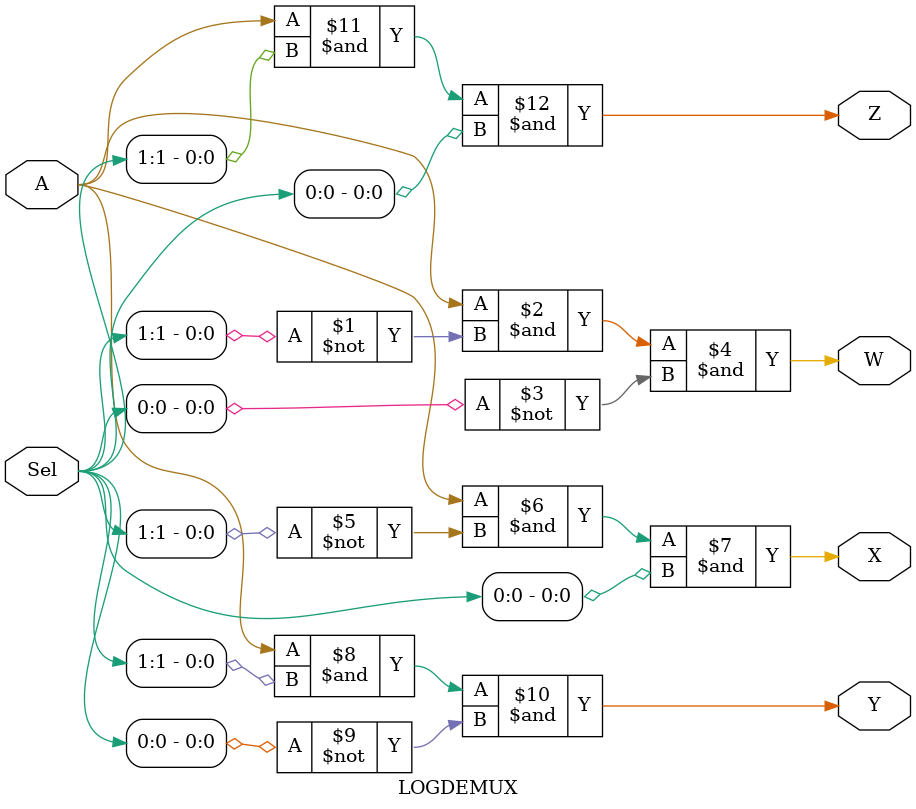
<source format=sv>
module LOGDEMUX (
    output wire W, X, Y, Z,
    input wire A,
    input wire [1:0] Sel
);

assign W = (A & ~Sel[1] & ~Sel[0]);
assign X = (A & ~Sel[1] &  Sel[0]);
assign Y = (A &  Sel[1] & ~Sel[0]);
assign Z = (A &  Sel[1] &  Sel[0]);

endmodule

</source>
